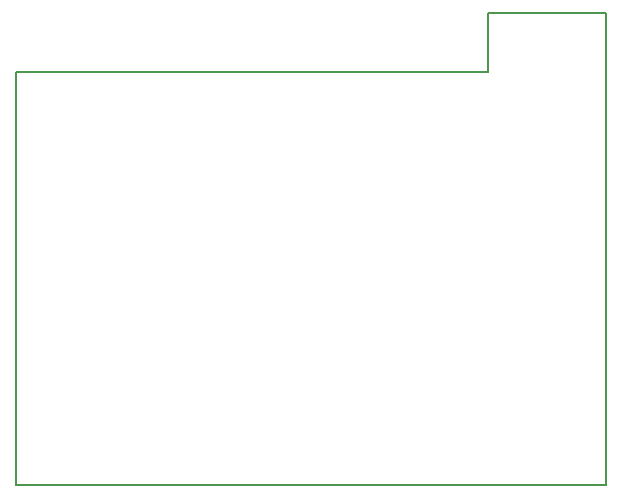
<source format=gbr>
G04 #@! TF.FileFunction,Profile,NP*
%FSLAX46Y46*%
G04 Gerber Fmt 4.6, Leading zero omitted, Abs format (unit mm)*
G04 Created by KiCad (PCBNEW 4.0.1-stable) date 2016/05/09 16:43:31*
%MOMM*%
G01*
G04 APERTURE LIST*
%ADD10C,0.100000*%
%ADD11C,0.150000*%
G04 APERTURE END LIST*
D10*
D11*
X50000000Y5000000D02*
X50000000Y-35000000D01*
X40000000Y5000000D02*
X50000000Y5000000D01*
X40000000Y0D02*
X40000000Y5000000D01*
X0Y0D02*
X40000000Y0D01*
X50000000Y-35000000D02*
X0Y-35000000D01*
X0Y0D02*
X0Y-35000000D01*
M02*

</source>
